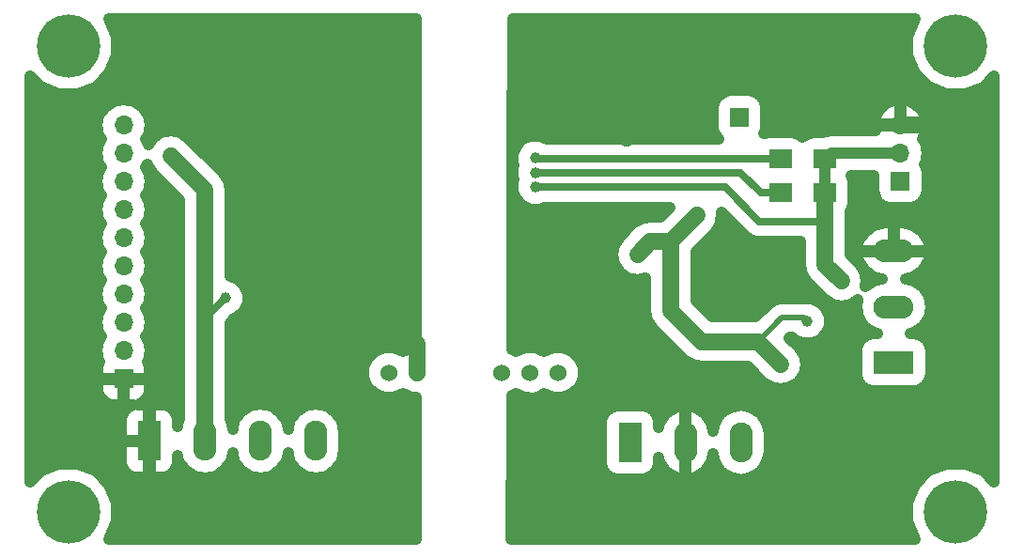
<source format=gbl>
G04 #@! TF.FileFunction,Copper,L2,Bot,Signal*
%FSLAX46Y46*%
G04 Gerber Fmt 4.6, Leading zero omitted, Abs format (unit mm)*
G04 Created by KiCad (PCBNEW 4.0.6) date 2017 August 05, Saturday 23:38:27*
%MOMM*%
%LPD*%
G01*
G04 APERTURE LIST*
%ADD10C,0.100000*%
%ADD11R,1.700000X1.700000*%
%ADD12O,1.700000X1.700000*%
%ADD13R,3.600000X2.100000*%
%ADD14O,3.600000X2.100000*%
%ADD15R,2.100000X3.600000*%
%ADD16O,2.100000X3.600000*%
%ADD17R,2.000000X1.700000*%
%ADD18C,1.524000*%
%ADD19C,5.700000*%
%ADD20C,1.000000*%
%ADD21C,1.500000*%
%ADD22C,0.700000*%
%ADD23C,1.000000*%
%ADD24C,0.500000*%
G04 APERTURE END LIST*
D10*
D11*
X175000000Y-122200000D03*
D12*
X175000000Y-119660000D03*
X175000000Y-117120000D03*
D13*
X174400000Y-138500000D03*
D14*
X174400000Y-133500000D03*
X174400000Y-128500000D03*
D11*
X105000000Y-140000000D03*
D12*
X105000000Y-137460000D03*
X105000000Y-134920000D03*
X105000000Y-132380000D03*
X105000000Y-129840000D03*
X105000000Y-127300000D03*
X105000000Y-124760000D03*
X105000000Y-122220000D03*
X105000000Y-119680000D03*
X105000000Y-117140000D03*
D15*
X107315000Y-145605500D03*
D16*
X112315000Y-145605500D03*
X117315000Y-145605500D03*
X122315000Y-145605500D03*
D15*
X150622000Y-145732500D03*
D16*
X155622000Y-145732500D03*
X160622000Y-145732500D03*
D11*
X160500000Y-116400000D03*
D17*
X168200000Y-120200000D03*
X164200000Y-120200000D03*
X168200000Y-123200000D03*
X164200000Y-123200000D03*
D18*
X128905000Y-139446000D03*
X131445000Y-139446000D03*
X139065000Y-139446000D03*
X141605000Y-139446000D03*
X144145000Y-139446000D03*
D19*
X100000000Y-110000000D03*
X100000000Y-152000000D03*
X180000000Y-110000000D03*
X180000000Y-152000000D03*
D20*
X109220000Y-119888000D03*
X114173000Y-132715000D03*
X129400000Y-131300000D03*
X129400000Y-134800000D03*
X128800000Y-145300000D03*
X128800000Y-147700000D03*
X126300000Y-113300000D03*
X122300000Y-127600000D03*
X122400000Y-116300000D03*
X169700000Y-131200000D03*
X142100000Y-122700000D03*
X151300000Y-128800000D03*
X166600000Y-134800000D03*
X156654500Y-125285500D03*
X164211000Y-138684000D03*
X148600000Y-112800000D03*
X175000000Y-113800000D03*
X178900000Y-117100000D03*
X150300000Y-114300000D03*
X151900000Y-112700000D03*
X156500000Y-141800000D03*
X154700000Y-141800000D03*
X150300000Y-118300000D03*
X172100000Y-142200000D03*
X142900000Y-152000000D03*
X143000000Y-134100000D03*
X148700000Y-124700000D03*
X162915600Y-129387600D03*
X141668500Y-135763000D03*
X142100000Y-120100000D03*
X142100000Y-121400000D03*
D21*
X109220000Y-119888000D02*
X112315000Y-122983000D01*
D22*
X112331500Y-134556500D02*
X112315000Y-134556500D01*
X114173000Y-132715000D02*
X112331500Y-134556500D01*
D21*
X112315000Y-122983000D02*
X112315000Y-134556500D01*
X112315000Y-134556500D02*
X112315000Y-145605500D01*
X131445000Y-139446000D02*
X131445000Y-136845000D01*
X131445000Y-136845000D02*
X129400000Y-134800000D01*
X128800000Y-145300000D02*
X128800000Y-145200000D01*
X128800000Y-145200000D02*
X128800000Y-147700000D01*
X125200000Y-141600000D02*
X128800000Y-145200000D01*
X125200000Y-114400000D02*
X125200000Y-141600000D01*
X126300000Y-113300000D02*
X125200000Y-114400000D01*
D22*
X122300000Y-116400000D02*
X122300000Y-127600000D01*
X122400000Y-116300000D02*
X122300000Y-116400000D01*
D21*
X168200000Y-129700000D02*
X168200000Y-123200000D01*
X169700000Y-131200000D02*
X168200000Y-129700000D01*
D23*
X168200000Y-120200000D02*
X168200000Y-123200000D01*
X175000000Y-119660000D02*
X168740000Y-119660000D01*
X168740000Y-119660000D02*
X168200000Y-120200000D01*
D22*
X142100000Y-122700000D02*
X159200000Y-122700000D01*
X159200000Y-122700000D02*
X162300000Y-125800000D01*
X162300000Y-125800000D02*
X167700000Y-125800000D01*
X167700000Y-125800000D02*
X168200000Y-125300000D01*
X168200000Y-125300000D02*
X168200000Y-123200000D01*
D21*
X152465000Y-127635000D02*
X154305000Y-127635000D01*
X151300000Y-128800000D02*
X152465000Y-127635000D01*
D24*
X164331000Y-134500000D02*
X162179000Y-136652000D01*
X166300000Y-134500000D02*
X164331000Y-134500000D01*
X166600000Y-134800000D02*
X166300000Y-134500000D01*
D21*
X156654500Y-125285500D02*
X154305000Y-127635000D01*
X154305000Y-127635000D02*
X154305000Y-131191000D01*
X162179000Y-136652000D02*
X157099000Y-136652000D01*
X157099000Y-136652000D02*
X154305000Y-133858000D01*
X154305000Y-133858000D02*
X154305000Y-131191000D01*
X164211000Y-138684000D02*
X162179000Y-136652000D01*
X150300000Y-114300000D02*
X150100000Y-114300000D01*
X150100000Y-114300000D02*
X148600000Y-112800000D01*
X175000000Y-113800000D02*
X175000000Y-114400000D01*
X175000000Y-117120000D02*
X178880000Y-117120000D01*
X178880000Y-117120000D02*
X178900000Y-117100000D01*
X151800000Y-112700000D02*
X151900000Y-112700000D01*
X150300000Y-118300000D02*
X150300000Y-114300000D01*
X173300000Y-112700000D02*
X175000000Y-114400000D01*
X151800000Y-112700000D02*
X173300000Y-112700000D01*
X172100000Y-142200000D02*
X169600000Y-142200000D01*
X169600000Y-142200000D02*
X169200000Y-141800000D01*
X147150000Y-138250000D02*
X147150000Y-147750000D01*
X147150000Y-147750000D02*
X142900000Y-152000000D01*
X169200000Y-141800000D02*
X169200000Y-141800000D01*
X169200000Y-141800000D02*
X156500000Y-141800000D01*
X156500000Y-141800000D02*
X154700000Y-141800000D01*
X154700000Y-141800000D02*
X150700000Y-141800000D01*
X150700000Y-141800000D02*
X147150000Y-138250000D01*
X147150000Y-138250000D02*
X143000000Y-134100000D01*
X162915600Y-129387600D02*
X162966400Y-129387600D01*
D22*
X142200000Y-120200000D02*
X164200000Y-120200000D01*
X142100000Y-120100000D02*
X142200000Y-120200000D01*
X162400000Y-123200000D02*
X164200000Y-123200000D01*
X160600000Y-121400000D02*
X162400000Y-123200000D01*
X142100000Y-121400000D02*
X160600000Y-121400000D01*
D23*
G36*
X131389500Y-137182675D02*
X131034913Y-137176438D01*
X130197605Y-137506131D01*
X130172362Y-137522997D01*
X129356914Y-137184394D01*
X128457034Y-137183608D01*
X127625354Y-137527252D01*
X126988488Y-138163007D01*
X126643394Y-138994086D01*
X126642608Y-139893966D01*
X126986252Y-140725646D01*
X127622007Y-141362512D01*
X128453086Y-141707606D01*
X129352966Y-141708392D01*
X130184646Y-141364748D01*
X130184817Y-141364577D01*
X130955347Y-141699736D01*
X131389500Y-141707373D01*
X131389500Y-154450000D01*
X103692783Y-154450000D01*
X104349244Y-152869065D01*
X104350754Y-151138528D01*
X103689901Y-149539142D01*
X102467295Y-148314399D01*
X100869065Y-147650756D01*
X99138528Y-147649246D01*
X97539142Y-148310099D01*
X96550000Y-149297515D01*
X96550000Y-146030500D01*
X104765000Y-146030500D01*
X104765000Y-147703868D01*
X104993361Y-148255181D01*
X105415318Y-148677138D01*
X105966631Y-148905500D01*
X106890000Y-148905500D01*
X107265000Y-148530500D01*
X107265000Y-145655500D01*
X105140000Y-145655500D01*
X104765000Y-146030500D01*
X96550000Y-146030500D01*
X96550000Y-143507132D01*
X104765000Y-143507132D01*
X104765000Y-145180500D01*
X105140000Y-145555500D01*
X107265000Y-145555500D01*
X107265000Y-142680500D01*
X106890000Y-142305500D01*
X106255801Y-142305500D01*
X106699682Y-142121638D01*
X107121639Y-141699681D01*
X107350000Y-141148368D01*
X107350000Y-140425000D01*
X106975000Y-140050000D01*
X105050000Y-140050000D01*
X105050000Y-141975000D01*
X105425000Y-142350000D01*
X105859199Y-142350000D01*
X105415318Y-142533862D01*
X104993361Y-142955819D01*
X104765000Y-143507132D01*
X96550000Y-143507132D01*
X96550000Y-140425000D01*
X102650000Y-140425000D01*
X102650000Y-141148368D01*
X102878361Y-141699681D01*
X103300318Y-142121638D01*
X103851631Y-142350000D01*
X104575000Y-142350000D01*
X104950000Y-141975000D01*
X104950000Y-140050000D01*
X103025000Y-140050000D01*
X102650000Y-140425000D01*
X96550000Y-140425000D01*
X96550000Y-117140000D01*
X102603961Y-117140000D01*
X102782844Y-118039306D01*
X103030534Y-118410000D01*
X102782844Y-118780694D01*
X102603961Y-119680000D01*
X102782844Y-120579306D01*
X103030534Y-120950000D01*
X102782844Y-121320694D01*
X102603961Y-122220000D01*
X102782844Y-123119306D01*
X103030534Y-123490000D01*
X102782844Y-123860694D01*
X102603961Y-124760000D01*
X102782844Y-125659306D01*
X103030534Y-126030000D01*
X102782844Y-126400694D01*
X102603961Y-127300000D01*
X102782844Y-128199306D01*
X103030534Y-128570000D01*
X102782844Y-128940694D01*
X102603961Y-129840000D01*
X102782844Y-130739306D01*
X103030534Y-131110000D01*
X102782844Y-131480694D01*
X102603961Y-132380000D01*
X102782844Y-133279306D01*
X103030534Y-133650000D01*
X102782844Y-134020694D01*
X102603961Y-134920000D01*
X102782844Y-135819306D01*
X103030534Y-136190000D01*
X102782844Y-136560694D01*
X102603961Y-137460000D01*
X102782844Y-138359306D01*
X102826725Y-138424979D01*
X102650000Y-138851632D01*
X102650000Y-139575000D01*
X103025000Y-139950000D01*
X104950000Y-139950000D01*
X104950000Y-139930000D01*
X105050000Y-139930000D01*
X105050000Y-139950000D01*
X106975000Y-139950000D01*
X107350000Y-139575000D01*
X107350000Y-138851632D01*
X107173275Y-138424979D01*
X107217156Y-138359306D01*
X107396039Y-137460000D01*
X107217156Y-136560694D01*
X106969466Y-136190000D01*
X107217156Y-135819306D01*
X107396039Y-134920000D01*
X107217156Y-134020694D01*
X106969466Y-133650000D01*
X107217156Y-133279306D01*
X107396039Y-132380000D01*
X107217156Y-131480694D01*
X106969466Y-131110000D01*
X107217156Y-130739306D01*
X107396039Y-129840000D01*
X107217156Y-128940694D01*
X106969466Y-128570000D01*
X107217156Y-128199306D01*
X107396039Y-127300000D01*
X107217156Y-126400694D01*
X106969466Y-126030000D01*
X107217156Y-125659306D01*
X107396039Y-124760000D01*
X107217156Y-123860694D01*
X106969466Y-123490000D01*
X107217156Y-123119306D01*
X107396039Y-122220000D01*
X107217156Y-121320694D01*
X106969466Y-120950000D01*
X107132662Y-120705760D01*
X107141271Y-120749038D01*
X107629010Y-121478990D01*
X110065000Y-123914980D01*
X110065000Y-143656526D01*
X109959107Y-143815006D01*
X109865000Y-144288114D01*
X109865000Y-143507132D01*
X109636639Y-142955819D01*
X109214682Y-142533862D01*
X108663369Y-142305500D01*
X107740000Y-142305500D01*
X107365000Y-142680500D01*
X107365000Y-145555500D01*
X107385000Y-145555500D01*
X107385000Y-145655500D01*
X107365000Y-145655500D01*
X107365000Y-148530500D01*
X107740000Y-148905500D01*
X108663369Y-148905500D01*
X109214682Y-148677138D01*
X109636639Y-148255181D01*
X109865000Y-147703868D01*
X109865000Y-146922886D01*
X109959107Y-147395994D01*
X110511878Y-148223273D01*
X111339157Y-148776044D01*
X112315000Y-148970151D01*
X113290843Y-148776044D01*
X114118122Y-148223273D01*
X114670893Y-147395994D01*
X114815000Y-146671518D01*
X114959107Y-147395994D01*
X115511878Y-148223273D01*
X116339157Y-148776044D01*
X117315000Y-148970151D01*
X118290843Y-148776044D01*
X119118122Y-148223273D01*
X119670893Y-147395994D01*
X119815000Y-146671518D01*
X119959107Y-147395994D01*
X120511878Y-148223273D01*
X121339157Y-148776044D01*
X122315000Y-148970151D01*
X123290843Y-148776044D01*
X124118122Y-148223273D01*
X124670893Y-147395994D01*
X124865000Y-146420151D01*
X124865000Y-144790849D01*
X124670893Y-143815006D01*
X124118122Y-142987727D01*
X123290843Y-142434956D01*
X122315000Y-142240849D01*
X121339157Y-142434956D01*
X120511878Y-142987727D01*
X119959107Y-143815006D01*
X119815000Y-144539482D01*
X119670893Y-143815006D01*
X119118122Y-142987727D01*
X118290843Y-142434956D01*
X117315000Y-142240849D01*
X116339157Y-142434956D01*
X115511878Y-142987727D01*
X114959107Y-143815006D01*
X114815000Y-144539482D01*
X114670893Y-143815006D01*
X114565000Y-143656526D01*
X114565000Y-134939295D01*
X114943767Y-134560528D01*
X115304429Y-134411506D01*
X115867529Y-133849388D01*
X116172652Y-133114570D01*
X116173346Y-132318921D01*
X115869506Y-131583571D01*
X115307388Y-131020471D01*
X114572570Y-130715348D01*
X114565000Y-130715341D01*
X114565000Y-122983000D01*
X114393729Y-122121962D01*
X113905990Y-121392010D01*
X110810990Y-118297010D01*
X110081038Y-117809271D01*
X109220000Y-117638000D01*
X108358962Y-117809271D01*
X107629010Y-118297010D01*
X107237496Y-118882951D01*
X107217156Y-118780694D01*
X106969466Y-118410000D01*
X107217156Y-118039306D01*
X107396039Y-117140000D01*
X107217156Y-116240694D01*
X106707740Y-115478299D01*
X105945345Y-114968883D01*
X105046039Y-114790000D01*
X104953961Y-114790000D01*
X104054655Y-114968883D01*
X103292260Y-115478299D01*
X102782844Y-116240694D01*
X102603961Y-117140000D01*
X96550000Y-117140000D01*
X96550000Y-112701178D01*
X97532705Y-113685601D01*
X99130935Y-114349244D01*
X100861472Y-114350754D01*
X102460858Y-113689901D01*
X103685601Y-112467295D01*
X104349244Y-110869065D01*
X104350754Y-109138528D01*
X103694387Y-107550000D01*
X131389500Y-107550000D01*
X131389500Y-137182675D01*
X131389500Y-137182675D01*
G37*
X131389500Y-137182675D02*
X131034913Y-137176438D01*
X130197605Y-137506131D01*
X130172362Y-137522997D01*
X129356914Y-137184394D01*
X128457034Y-137183608D01*
X127625354Y-137527252D01*
X126988488Y-138163007D01*
X126643394Y-138994086D01*
X126642608Y-139893966D01*
X126986252Y-140725646D01*
X127622007Y-141362512D01*
X128453086Y-141707606D01*
X129352966Y-141708392D01*
X130184646Y-141364748D01*
X130184817Y-141364577D01*
X130955347Y-141699736D01*
X131389500Y-141707373D01*
X131389500Y-154450000D01*
X103692783Y-154450000D01*
X104349244Y-152869065D01*
X104350754Y-151138528D01*
X103689901Y-149539142D01*
X102467295Y-148314399D01*
X100869065Y-147650756D01*
X99138528Y-147649246D01*
X97539142Y-148310099D01*
X96550000Y-149297515D01*
X96550000Y-146030500D01*
X104765000Y-146030500D01*
X104765000Y-147703868D01*
X104993361Y-148255181D01*
X105415318Y-148677138D01*
X105966631Y-148905500D01*
X106890000Y-148905500D01*
X107265000Y-148530500D01*
X107265000Y-145655500D01*
X105140000Y-145655500D01*
X104765000Y-146030500D01*
X96550000Y-146030500D01*
X96550000Y-143507132D01*
X104765000Y-143507132D01*
X104765000Y-145180500D01*
X105140000Y-145555500D01*
X107265000Y-145555500D01*
X107265000Y-142680500D01*
X106890000Y-142305500D01*
X106255801Y-142305500D01*
X106699682Y-142121638D01*
X107121639Y-141699681D01*
X107350000Y-141148368D01*
X107350000Y-140425000D01*
X106975000Y-140050000D01*
X105050000Y-140050000D01*
X105050000Y-141975000D01*
X105425000Y-142350000D01*
X105859199Y-142350000D01*
X105415318Y-142533862D01*
X104993361Y-142955819D01*
X104765000Y-143507132D01*
X96550000Y-143507132D01*
X96550000Y-140425000D01*
X102650000Y-140425000D01*
X102650000Y-141148368D01*
X102878361Y-141699681D01*
X103300318Y-142121638D01*
X103851631Y-142350000D01*
X104575000Y-142350000D01*
X104950000Y-141975000D01*
X104950000Y-140050000D01*
X103025000Y-140050000D01*
X102650000Y-140425000D01*
X96550000Y-140425000D01*
X96550000Y-117140000D01*
X102603961Y-117140000D01*
X102782844Y-118039306D01*
X103030534Y-118410000D01*
X102782844Y-118780694D01*
X102603961Y-119680000D01*
X102782844Y-120579306D01*
X103030534Y-120950000D01*
X102782844Y-121320694D01*
X102603961Y-122220000D01*
X102782844Y-123119306D01*
X103030534Y-123490000D01*
X102782844Y-123860694D01*
X102603961Y-124760000D01*
X102782844Y-125659306D01*
X103030534Y-126030000D01*
X102782844Y-126400694D01*
X102603961Y-127300000D01*
X102782844Y-128199306D01*
X103030534Y-128570000D01*
X102782844Y-128940694D01*
X102603961Y-129840000D01*
X102782844Y-130739306D01*
X103030534Y-131110000D01*
X102782844Y-131480694D01*
X102603961Y-132380000D01*
X102782844Y-133279306D01*
X103030534Y-133650000D01*
X102782844Y-134020694D01*
X102603961Y-134920000D01*
X102782844Y-135819306D01*
X103030534Y-136190000D01*
X102782844Y-136560694D01*
X102603961Y-137460000D01*
X102782844Y-138359306D01*
X102826725Y-138424979D01*
X102650000Y-138851632D01*
X102650000Y-139575000D01*
X103025000Y-139950000D01*
X104950000Y-139950000D01*
X104950000Y-139930000D01*
X105050000Y-139930000D01*
X105050000Y-139950000D01*
X106975000Y-139950000D01*
X107350000Y-139575000D01*
X107350000Y-138851632D01*
X107173275Y-138424979D01*
X107217156Y-138359306D01*
X107396039Y-137460000D01*
X107217156Y-136560694D01*
X106969466Y-136190000D01*
X107217156Y-135819306D01*
X107396039Y-134920000D01*
X107217156Y-134020694D01*
X106969466Y-133650000D01*
X107217156Y-133279306D01*
X107396039Y-132380000D01*
X107217156Y-131480694D01*
X106969466Y-131110000D01*
X107217156Y-130739306D01*
X107396039Y-129840000D01*
X107217156Y-128940694D01*
X106969466Y-128570000D01*
X107217156Y-128199306D01*
X107396039Y-127300000D01*
X107217156Y-126400694D01*
X106969466Y-126030000D01*
X107217156Y-125659306D01*
X107396039Y-124760000D01*
X107217156Y-123860694D01*
X106969466Y-123490000D01*
X107217156Y-123119306D01*
X107396039Y-122220000D01*
X107217156Y-121320694D01*
X106969466Y-120950000D01*
X107132662Y-120705760D01*
X107141271Y-120749038D01*
X107629010Y-121478990D01*
X110065000Y-123914980D01*
X110065000Y-143656526D01*
X109959107Y-143815006D01*
X109865000Y-144288114D01*
X109865000Y-143507132D01*
X109636639Y-142955819D01*
X109214682Y-142533862D01*
X108663369Y-142305500D01*
X107740000Y-142305500D01*
X107365000Y-142680500D01*
X107365000Y-145555500D01*
X107385000Y-145555500D01*
X107385000Y-145655500D01*
X107365000Y-145655500D01*
X107365000Y-148530500D01*
X107740000Y-148905500D01*
X108663369Y-148905500D01*
X109214682Y-148677138D01*
X109636639Y-148255181D01*
X109865000Y-147703868D01*
X109865000Y-146922886D01*
X109959107Y-147395994D01*
X110511878Y-148223273D01*
X111339157Y-148776044D01*
X112315000Y-148970151D01*
X113290843Y-148776044D01*
X114118122Y-148223273D01*
X114670893Y-147395994D01*
X114815000Y-146671518D01*
X114959107Y-147395994D01*
X115511878Y-148223273D01*
X116339157Y-148776044D01*
X117315000Y-148970151D01*
X118290843Y-148776044D01*
X119118122Y-148223273D01*
X119670893Y-147395994D01*
X119815000Y-146671518D01*
X119959107Y-147395994D01*
X120511878Y-148223273D01*
X121339157Y-148776044D01*
X122315000Y-148970151D01*
X123290843Y-148776044D01*
X124118122Y-148223273D01*
X124670893Y-147395994D01*
X124865000Y-146420151D01*
X124865000Y-144790849D01*
X124670893Y-143815006D01*
X124118122Y-142987727D01*
X123290843Y-142434956D01*
X122315000Y-142240849D01*
X121339157Y-142434956D01*
X120511878Y-142987727D01*
X119959107Y-143815006D01*
X119815000Y-144539482D01*
X119670893Y-143815006D01*
X119118122Y-142987727D01*
X118290843Y-142434956D01*
X117315000Y-142240849D01*
X116339157Y-142434956D01*
X115511878Y-142987727D01*
X114959107Y-143815006D01*
X114815000Y-144539482D01*
X114670893Y-143815006D01*
X114565000Y-143656526D01*
X114565000Y-134939295D01*
X114943767Y-134560528D01*
X115304429Y-134411506D01*
X115867529Y-133849388D01*
X116172652Y-133114570D01*
X116173346Y-132318921D01*
X115869506Y-131583571D01*
X115307388Y-131020471D01*
X114572570Y-130715348D01*
X114565000Y-130715341D01*
X114565000Y-122983000D01*
X114393729Y-122121962D01*
X113905990Y-121392010D01*
X110810990Y-118297010D01*
X110081038Y-117809271D01*
X109220000Y-117638000D01*
X108358962Y-117809271D01*
X107629010Y-118297010D01*
X107237496Y-118882951D01*
X107217156Y-118780694D01*
X106969466Y-118410000D01*
X107217156Y-118039306D01*
X107396039Y-117140000D01*
X107217156Y-116240694D01*
X106707740Y-115478299D01*
X105945345Y-114968883D01*
X105046039Y-114790000D01*
X104953961Y-114790000D01*
X104054655Y-114968883D01*
X103292260Y-115478299D01*
X102782844Y-116240694D01*
X102603961Y-117140000D01*
X96550000Y-117140000D01*
X96550000Y-112701178D01*
X97532705Y-113685601D01*
X99130935Y-114349244D01*
X100861472Y-114350754D01*
X102460858Y-113689901D01*
X103685601Y-112467295D01*
X104349244Y-110869065D01*
X104350754Y-109138528D01*
X103694387Y-107550000D01*
X131389500Y-107550000D01*
X131389500Y-137182675D01*
G36*
X175650756Y-109130935D02*
X175649246Y-110861472D01*
X176310099Y-112460858D01*
X177532705Y-113685601D01*
X179130935Y-114349244D01*
X180861472Y-114350754D01*
X182460858Y-113689901D01*
X183450000Y-112702485D01*
X183450000Y-149298822D01*
X182467295Y-148314399D01*
X180869065Y-147650756D01*
X179138528Y-147649246D01*
X177539142Y-148310099D01*
X176314399Y-149532705D01*
X175650756Y-151130935D01*
X175649246Y-152861472D01*
X176305613Y-154450000D01*
X139950432Y-154450000D01*
X139970561Y-143932500D01*
X148042614Y-143932500D01*
X148042614Y-147532500D01*
X148147207Y-148088367D01*
X148475724Y-148598896D01*
X148976983Y-148941392D01*
X149572000Y-149061886D01*
X151672000Y-149061886D01*
X152227867Y-148957293D01*
X152738396Y-148628776D01*
X153080892Y-148127517D01*
X153201386Y-147532500D01*
X153201386Y-147122293D01*
X153285241Y-147504537D01*
X153854233Y-148320978D01*
X154692351Y-148857527D01*
X155173784Y-148992800D01*
X155572000Y-148656925D01*
X155572000Y-145782500D01*
X155552000Y-145782500D01*
X155552000Y-145682500D01*
X155572000Y-145682500D01*
X155572000Y-142808075D01*
X155672000Y-142808075D01*
X155672000Y-145682500D01*
X155692000Y-145682500D01*
X155692000Y-145782500D01*
X155672000Y-145782500D01*
X155672000Y-148656925D01*
X156070216Y-148992800D01*
X156551649Y-148857527D01*
X157389767Y-148320978D01*
X157958759Y-147504537D01*
X158118026Y-146778537D01*
X158266107Y-147522994D01*
X158818878Y-148350273D01*
X159646157Y-148903044D01*
X160622000Y-149097151D01*
X161597843Y-148903044D01*
X162425122Y-148350273D01*
X162977893Y-147522994D01*
X163172000Y-146547151D01*
X163172000Y-144917849D01*
X162977893Y-143942006D01*
X162425122Y-143114727D01*
X161597843Y-142561956D01*
X160622000Y-142367849D01*
X159646157Y-142561956D01*
X158818878Y-143114727D01*
X158266107Y-143942006D01*
X158118026Y-144686463D01*
X157958759Y-143960463D01*
X157389767Y-143144022D01*
X156551649Y-142607473D01*
X156070216Y-142472200D01*
X155672000Y-142808075D01*
X155572000Y-142808075D01*
X155173784Y-142472200D01*
X154692351Y-142607473D01*
X153854233Y-143144022D01*
X153285241Y-143960463D01*
X153201386Y-144342707D01*
X153201386Y-143932500D01*
X153096793Y-143376633D01*
X152768276Y-142866104D01*
X152267017Y-142523608D01*
X151672000Y-142403114D01*
X149572000Y-142403114D01*
X149016133Y-142507707D01*
X148505604Y-142836224D01*
X148163108Y-143337483D01*
X148042614Y-143932500D01*
X139970561Y-143932500D01*
X139975184Y-141517407D01*
X140344646Y-141364748D01*
X140344817Y-141364577D01*
X141115347Y-141699736D01*
X142015087Y-141715562D01*
X142852395Y-141385869D01*
X142877638Y-141369003D01*
X143693086Y-141707606D01*
X144592966Y-141708392D01*
X145424646Y-141364748D01*
X146061512Y-140728993D01*
X146406606Y-139897914D01*
X146407392Y-138998034D01*
X146063748Y-138166354D01*
X145427993Y-137529488D01*
X144596914Y-137184394D01*
X143697034Y-137183608D01*
X142865354Y-137527252D01*
X142865183Y-137527423D01*
X142094653Y-137192264D01*
X141194913Y-137176438D01*
X140357605Y-137506131D01*
X140332362Y-137522997D01*
X139983107Y-137377974D01*
X140015418Y-120496079D01*
X140099654Y-120496079D01*
X140204454Y-120749715D01*
X140100348Y-121000430D01*
X140099654Y-121796079D01*
X140204454Y-122049715D01*
X140100348Y-122300430D01*
X140099654Y-123096079D01*
X140403494Y-123831429D01*
X140965612Y-124394529D01*
X141700430Y-124699652D01*
X142496079Y-124700346D01*
X142859945Y-124550000D01*
X154208020Y-124550000D01*
X153373020Y-125385000D01*
X152465000Y-125385000D01*
X151603962Y-125556271D01*
X151014706Y-125950000D01*
X150874010Y-126044010D01*
X149709010Y-127209010D01*
X149221271Y-127938962D01*
X149050000Y-128800000D01*
X149221271Y-129661038D01*
X149709010Y-130390990D01*
X150438962Y-130878729D01*
X151300000Y-131050000D01*
X152055000Y-130899821D01*
X152055000Y-133858000D01*
X152226271Y-134719038D01*
X152714010Y-135448990D01*
X155508010Y-138242990D01*
X156237962Y-138730729D01*
X157099000Y-138902000D01*
X161247020Y-138902000D01*
X162620010Y-140274990D01*
X163349962Y-140762729D01*
X164211000Y-140934000D01*
X165072038Y-140762729D01*
X165801990Y-140274990D01*
X166289729Y-139545038D01*
X166461000Y-138684000D01*
X166289729Y-137822962D01*
X165801990Y-137093010D01*
X165007427Y-136298447D01*
X165055874Y-136250000D01*
X165221509Y-136250000D01*
X165465612Y-136494529D01*
X166200430Y-136799652D01*
X166996079Y-136800346D01*
X167731429Y-136496506D01*
X168294529Y-135934388D01*
X168599652Y-135199570D01*
X168600346Y-134403921D01*
X168296506Y-133668571D01*
X167734388Y-133105471D01*
X166999570Y-132800348D01*
X166551150Y-132799957D01*
X166300000Y-132750000D01*
X164331000Y-132750000D01*
X163661304Y-132883211D01*
X163093563Y-133262563D01*
X161954126Y-134402000D01*
X158030980Y-134402000D01*
X156555000Y-132926020D01*
X156555000Y-128566980D01*
X158245490Y-126876490D01*
X158733229Y-126146537D01*
X158904500Y-125285500D01*
X158838773Y-124955069D01*
X160991852Y-127108148D01*
X161592035Y-127509177D01*
X162300000Y-127650001D01*
X162300005Y-127650000D01*
X165950000Y-127650000D01*
X165950000Y-129700000D01*
X166121271Y-130561038D01*
X166609010Y-131290990D01*
X168109009Y-132790990D01*
X168838962Y-133278729D01*
X169700000Y-133449999D01*
X170561037Y-133278729D01*
X171158812Y-132879308D01*
X171035349Y-133500000D01*
X171229456Y-134475843D01*
X171782227Y-135303122D01*
X172609506Y-135855893D01*
X172934881Y-135920614D01*
X172600000Y-135920614D01*
X172044133Y-136025207D01*
X171533604Y-136353724D01*
X171191108Y-136854983D01*
X171070614Y-137450000D01*
X171070614Y-139550000D01*
X171175207Y-140105867D01*
X171503724Y-140616396D01*
X172004983Y-140958892D01*
X172600000Y-141079386D01*
X176200000Y-141079386D01*
X176755867Y-140974793D01*
X177266396Y-140646276D01*
X177608892Y-140145017D01*
X177729386Y-139550000D01*
X177729386Y-137450000D01*
X177624793Y-136894133D01*
X177296276Y-136383604D01*
X176795017Y-136041108D01*
X176200000Y-135920614D01*
X175865119Y-135920614D01*
X176190494Y-135855893D01*
X177017773Y-135303122D01*
X177570544Y-134475843D01*
X177764651Y-133500000D01*
X177570544Y-132524157D01*
X177017773Y-131696878D01*
X176190494Y-131144107D01*
X175446037Y-130996026D01*
X176172037Y-130836759D01*
X176988478Y-130267767D01*
X177525027Y-129429649D01*
X177660300Y-128948216D01*
X177324425Y-128550000D01*
X174450000Y-128550000D01*
X174450000Y-128570000D01*
X174350000Y-128570000D01*
X174350000Y-128550000D01*
X171475575Y-128550000D01*
X171139700Y-128948216D01*
X171274973Y-129429649D01*
X171811522Y-130267767D01*
X172627963Y-130836759D01*
X173353963Y-130996026D01*
X172609506Y-131144107D01*
X171861731Y-131643755D01*
X171949999Y-131200000D01*
X171778729Y-130338962D01*
X171290990Y-129609009D01*
X170450000Y-128768020D01*
X170450000Y-128051784D01*
X171139700Y-128051784D01*
X171475575Y-128450000D01*
X174350000Y-128450000D01*
X174350000Y-125950000D01*
X174450000Y-125950000D01*
X174450000Y-128450000D01*
X177324425Y-128450000D01*
X177660300Y-128051784D01*
X177525027Y-127570351D01*
X176988478Y-126732233D01*
X176172037Y-126163241D01*
X175200000Y-125950000D01*
X174450000Y-125950000D01*
X174350000Y-125950000D01*
X173600000Y-125950000D01*
X172627963Y-126163241D01*
X171811522Y-126732233D01*
X171274973Y-127570351D01*
X171139700Y-128051784D01*
X170450000Y-128051784D01*
X170450000Y-124877563D01*
X170608892Y-124645017D01*
X170729386Y-124050000D01*
X170729386Y-122350000D01*
X170624793Y-121794133D01*
X170567665Y-121705354D01*
X170598655Y-121660000D01*
X172620614Y-121660000D01*
X172620614Y-123050000D01*
X172725207Y-123605867D01*
X173053724Y-124116396D01*
X173554983Y-124458892D01*
X174150000Y-124579386D01*
X175850000Y-124579386D01*
X176405867Y-124474793D01*
X176916396Y-124146276D01*
X177258892Y-123645017D01*
X177379386Y-123050000D01*
X177379386Y-121350000D01*
X177274793Y-120794133D01*
X177169541Y-120630567D01*
X177217156Y-120559306D01*
X177396039Y-119660000D01*
X177217156Y-118760694D01*
X176964258Y-118382205D01*
X177296226Y-117619855D01*
X177312720Y-117536922D01*
X176974367Y-117170000D01*
X175050000Y-117170000D01*
X175050000Y-117190000D01*
X174950000Y-117190000D01*
X174950000Y-117170000D01*
X173025633Y-117170000D01*
X172687280Y-117536922D01*
X172703774Y-117619855D01*
X172721255Y-117660000D01*
X168740000Y-117660000D01*
X167974633Y-117812241D01*
X167962102Y-117820614D01*
X167200000Y-117820614D01*
X166644133Y-117925207D01*
X166194858Y-118214308D01*
X165795017Y-117941108D01*
X165200000Y-117820614D01*
X163200000Y-117820614D01*
X162712948Y-117912259D01*
X162758892Y-117845017D01*
X162879386Y-117250000D01*
X162879386Y-116703078D01*
X172687280Y-116703078D01*
X173025633Y-117070000D01*
X174950000Y-117070000D01*
X174950000Y-115145530D01*
X175050000Y-115145530D01*
X175050000Y-117070000D01*
X176974367Y-117070000D01*
X177312720Y-116703078D01*
X177296226Y-116620145D01*
X176930150Y-115779467D01*
X176270226Y-115142873D01*
X175416922Y-114807278D01*
X175050000Y-115145530D01*
X174950000Y-115145530D01*
X174583078Y-114807278D01*
X173729774Y-115142873D01*
X173069850Y-115779467D01*
X172703774Y-116620145D01*
X172687280Y-116703078D01*
X162879386Y-116703078D01*
X162879386Y-115550000D01*
X162774793Y-114994133D01*
X162446276Y-114483604D01*
X161945017Y-114141108D01*
X161350000Y-114020614D01*
X159650000Y-114020614D01*
X159094133Y-114125207D01*
X158583604Y-114453724D01*
X158241108Y-114954983D01*
X158120614Y-115550000D01*
X158120614Y-117250000D01*
X158225207Y-117805867D01*
X158553724Y-118316396D01*
X158602905Y-118350000D01*
X143100799Y-118350000D01*
X142499570Y-118100348D01*
X141703921Y-118099654D01*
X140968571Y-118403494D01*
X140405471Y-118965612D01*
X140100348Y-119700430D01*
X140099654Y-120496079D01*
X140015418Y-120496079D01*
X140040197Y-107550000D01*
X176307217Y-107550000D01*
X175650756Y-109130935D01*
X175650756Y-109130935D01*
G37*
X175650756Y-109130935D02*
X175649246Y-110861472D01*
X176310099Y-112460858D01*
X177532705Y-113685601D01*
X179130935Y-114349244D01*
X180861472Y-114350754D01*
X182460858Y-113689901D01*
X183450000Y-112702485D01*
X183450000Y-149298822D01*
X182467295Y-148314399D01*
X180869065Y-147650756D01*
X179138528Y-147649246D01*
X177539142Y-148310099D01*
X176314399Y-149532705D01*
X175650756Y-151130935D01*
X175649246Y-152861472D01*
X176305613Y-154450000D01*
X139950432Y-154450000D01*
X139970561Y-143932500D01*
X148042614Y-143932500D01*
X148042614Y-147532500D01*
X148147207Y-148088367D01*
X148475724Y-148598896D01*
X148976983Y-148941392D01*
X149572000Y-149061886D01*
X151672000Y-149061886D01*
X152227867Y-148957293D01*
X152738396Y-148628776D01*
X153080892Y-148127517D01*
X153201386Y-147532500D01*
X153201386Y-147122293D01*
X153285241Y-147504537D01*
X153854233Y-148320978D01*
X154692351Y-148857527D01*
X155173784Y-148992800D01*
X155572000Y-148656925D01*
X155572000Y-145782500D01*
X155552000Y-145782500D01*
X155552000Y-145682500D01*
X155572000Y-145682500D01*
X155572000Y-142808075D01*
X155672000Y-142808075D01*
X155672000Y-145682500D01*
X155692000Y-145682500D01*
X155692000Y-145782500D01*
X155672000Y-145782500D01*
X155672000Y-148656925D01*
X156070216Y-148992800D01*
X156551649Y-148857527D01*
X157389767Y-148320978D01*
X157958759Y-147504537D01*
X158118026Y-146778537D01*
X158266107Y-147522994D01*
X158818878Y-148350273D01*
X159646157Y-148903044D01*
X160622000Y-149097151D01*
X161597843Y-148903044D01*
X162425122Y-148350273D01*
X162977893Y-147522994D01*
X163172000Y-146547151D01*
X163172000Y-144917849D01*
X162977893Y-143942006D01*
X162425122Y-143114727D01*
X161597843Y-142561956D01*
X160622000Y-142367849D01*
X159646157Y-142561956D01*
X158818878Y-143114727D01*
X158266107Y-143942006D01*
X158118026Y-144686463D01*
X157958759Y-143960463D01*
X157389767Y-143144022D01*
X156551649Y-142607473D01*
X156070216Y-142472200D01*
X155672000Y-142808075D01*
X155572000Y-142808075D01*
X155173784Y-142472200D01*
X154692351Y-142607473D01*
X153854233Y-143144022D01*
X153285241Y-143960463D01*
X153201386Y-144342707D01*
X153201386Y-143932500D01*
X153096793Y-143376633D01*
X152768276Y-142866104D01*
X152267017Y-142523608D01*
X151672000Y-142403114D01*
X149572000Y-142403114D01*
X149016133Y-142507707D01*
X148505604Y-142836224D01*
X148163108Y-143337483D01*
X148042614Y-143932500D01*
X139970561Y-143932500D01*
X139975184Y-141517407D01*
X140344646Y-141364748D01*
X140344817Y-141364577D01*
X141115347Y-141699736D01*
X142015087Y-141715562D01*
X142852395Y-141385869D01*
X142877638Y-141369003D01*
X143693086Y-141707606D01*
X144592966Y-141708392D01*
X145424646Y-141364748D01*
X146061512Y-140728993D01*
X146406606Y-139897914D01*
X146407392Y-138998034D01*
X146063748Y-138166354D01*
X145427993Y-137529488D01*
X144596914Y-137184394D01*
X143697034Y-137183608D01*
X142865354Y-137527252D01*
X142865183Y-137527423D01*
X142094653Y-137192264D01*
X141194913Y-137176438D01*
X140357605Y-137506131D01*
X140332362Y-137522997D01*
X139983107Y-137377974D01*
X140015418Y-120496079D01*
X140099654Y-120496079D01*
X140204454Y-120749715D01*
X140100348Y-121000430D01*
X140099654Y-121796079D01*
X140204454Y-122049715D01*
X140100348Y-122300430D01*
X140099654Y-123096079D01*
X140403494Y-123831429D01*
X140965612Y-124394529D01*
X141700430Y-124699652D01*
X142496079Y-124700346D01*
X142859945Y-124550000D01*
X154208020Y-124550000D01*
X153373020Y-125385000D01*
X152465000Y-125385000D01*
X151603962Y-125556271D01*
X151014706Y-125950000D01*
X150874010Y-126044010D01*
X149709010Y-127209010D01*
X149221271Y-127938962D01*
X149050000Y-128800000D01*
X149221271Y-129661038D01*
X149709010Y-130390990D01*
X150438962Y-130878729D01*
X151300000Y-131050000D01*
X152055000Y-130899821D01*
X152055000Y-133858000D01*
X152226271Y-134719038D01*
X152714010Y-135448990D01*
X155508010Y-138242990D01*
X156237962Y-138730729D01*
X157099000Y-138902000D01*
X161247020Y-138902000D01*
X162620010Y-140274990D01*
X163349962Y-140762729D01*
X164211000Y-140934000D01*
X165072038Y-140762729D01*
X165801990Y-140274990D01*
X166289729Y-139545038D01*
X166461000Y-138684000D01*
X166289729Y-137822962D01*
X165801990Y-137093010D01*
X165007427Y-136298447D01*
X165055874Y-136250000D01*
X165221509Y-136250000D01*
X165465612Y-136494529D01*
X166200430Y-136799652D01*
X166996079Y-136800346D01*
X167731429Y-136496506D01*
X168294529Y-135934388D01*
X168599652Y-135199570D01*
X168600346Y-134403921D01*
X168296506Y-133668571D01*
X167734388Y-133105471D01*
X166999570Y-132800348D01*
X166551150Y-132799957D01*
X166300000Y-132750000D01*
X164331000Y-132750000D01*
X163661304Y-132883211D01*
X163093563Y-133262563D01*
X161954126Y-134402000D01*
X158030980Y-134402000D01*
X156555000Y-132926020D01*
X156555000Y-128566980D01*
X158245490Y-126876490D01*
X158733229Y-126146537D01*
X158904500Y-125285500D01*
X158838773Y-124955069D01*
X160991852Y-127108148D01*
X161592035Y-127509177D01*
X162300000Y-127650001D01*
X162300005Y-127650000D01*
X165950000Y-127650000D01*
X165950000Y-129700000D01*
X166121271Y-130561038D01*
X166609010Y-131290990D01*
X168109009Y-132790990D01*
X168838962Y-133278729D01*
X169700000Y-133449999D01*
X170561037Y-133278729D01*
X171158812Y-132879308D01*
X171035349Y-133500000D01*
X171229456Y-134475843D01*
X171782227Y-135303122D01*
X172609506Y-135855893D01*
X172934881Y-135920614D01*
X172600000Y-135920614D01*
X172044133Y-136025207D01*
X171533604Y-136353724D01*
X171191108Y-136854983D01*
X171070614Y-137450000D01*
X171070614Y-139550000D01*
X171175207Y-140105867D01*
X171503724Y-140616396D01*
X172004983Y-140958892D01*
X172600000Y-141079386D01*
X176200000Y-141079386D01*
X176755867Y-140974793D01*
X177266396Y-140646276D01*
X177608892Y-140145017D01*
X177729386Y-139550000D01*
X177729386Y-137450000D01*
X177624793Y-136894133D01*
X177296276Y-136383604D01*
X176795017Y-136041108D01*
X176200000Y-135920614D01*
X175865119Y-135920614D01*
X176190494Y-135855893D01*
X177017773Y-135303122D01*
X177570544Y-134475843D01*
X177764651Y-133500000D01*
X177570544Y-132524157D01*
X177017773Y-131696878D01*
X176190494Y-131144107D01*
X175446037Y-130996026D01*
X176172037Y-130836759D01*
X176988478Y-130267767D01*
X177525027Y-129429649D01*
X177660300Y-128948216D01*
X177324425Y-128550000D01*
X174450000Y-128550000D01*
X174450000Y-128570000D01*
X174350000Y-128570000D01*
X174350000Y-128550000D01*
X171475575Y-128550000D01*
X171139700Y-128948216D01*
X171274973Y-129429649D01*
X171811522Y-130267767D01*
X172627963Y-130836759D01*
X173353963Y-130996026D01*
X172609506Y-131144107D01*
X171861731Y-131643755D01*
X171949999Y-131200000D01*
X171778729Y-130338962D01*
X171290990Y-129609009D01*
X170450000Y-128768020D01*
X170450000Y-128051784D01*
X171139700Y-128051784D01*
X171475575Y-128450000D01*
X174350000Y-128450000D01*
X174350000Y-125950000D01*
X174450000Y-125950000D01*
X174450000Y-128450000D01*
X177324425Y-128450000D01*
X177660300Y-128051784D01*
X177525027Y-127570351D01*
X176988478Y-126732233D01*
X176172037Y-126163241D01*
X175200000Y-125950000D01*
X174450000Y-125950000D01*
X174350000Y-125950000D01*
X173600000Y-125950000D01*
X172627963Y-126163241D01*
X171811522Y-126732233D01*
X171274973Y-127570351D01*
X171139700Y-128051784D01*
X170450000Y-128051784D01*
X170450000Y-124877563D01*
X170608892Y-124645017D01*
X170729386Y-124050000D01*
X170729386Y-122350000D01*
X170624793Y-121794133D01*
X170567665Y-121705354D01*
X170598655Y-121660000D01*
X172620614Y-121660000D01*
X172620614Y-123050000D01*
X172725207Y-123605867D01*
X173053724Y-124116396D01*
X173554983Y-124458892D01*
X174150000Y-124579386D01*
X175850000Y-124579386D01*
X176405867Y-124474793D01*
X176916396Y-124146276D01*
X177258892Y-123645017D01*
X177379386Y-123050000D01*
X177379386Y-121350000D01*
X177274793Y-120794133D01*
X177169541Y-120630567D01*
X177217156Y-120559306D01*
X177396039Y-119660000D01*
X177217156Y-118760694D01*
X176964258Y-118382205D01*
X177296226Y-117619855D01*
X177312720Y-117536922D01*
X176974367Y-117170000D01*
X175050000Y-117170000D01*
X175050000Y-117190000D01*
X174950000Y-117190000D01*
X174950000Y-117170000D01*
X173025633Y-117170000D01*
X172687280Y-117536922D01*
X172703774Y-117619855D01*
X172721255Y-117660000D01*
X168740000Y-117660000D01*
X167974633Y-117812241D01*
X167962102Y-117820614D01*
X167200000Y-117820614D01*
X166644133Y-117925207D01*
X166194858Y-118214308D01*
X165795017Y-117941108D01*
X165200000Y-117820614D01*
X163200000Y-117820614D01*
X162712948Y-117912259D01*
X162758892Y-117845017D01*
X162879386Y-117250000D01*
X162879386Y-116703078D01*
X172687280Y-116703078D01*
X173025633Y-117070000D01*
X174950000Y-117070000D01*
X174950000Y-115145530D01*
X175050000Y-115145530D01*
X175050000Y-117070000D01*
X176974367Y-117070000D01*
X177312720Y-116703078D01*
X177296226Y-116620145D01*
X176930150Y-115779467D01*
X176270226Y-115142873D01*
X175416922Y-114807278D01*
X175050000Y-115145530D01*
X174950000Y-115145530D01*
X174583078Y-114807278D01*
X173729774Y-115142873D01*
X173069850Y-115779467D01*
X172703774Y-116620145D01*
X172687280Y-116703078D01*
X162879386Y-116703078D01*
X162879386Y-115550000D01*
X162774793Y-114994133D01*
X162446276Y-114483604D01*
X161945017Y-114141108D01*
X161350000Y-114020614D01*
X159650000Y-114020614D01*
X159094133Y-114125207D01*
X158583604Y-114453724D01*
X158241108Y-114954983D01*
X158120614Y-115550000D01*
X158120614Y-117250000D01*
X158225207Y-117805867D01*
X158553724Y-118316396D01*
X158602905Y-118350000D01*
X143100799Y-118350000D01*
X142499570Y-118100348D01*
X141703921Y-118099654D01*
X140968571Y-118403494D01*
X140405471Y-118965612D01*
X140100348Y-119700430D01*
X140099654Y-120496079D01*
X140015418Y-120496079D01*
X140040197Y-107550000D01*
X176307217Y-107550000D01*
X175650756Y-109130935D01*
G36*
X141689853Y-139431858D02*
X141675711Y-139446000D01*
X141689853Y-139460142D01*
X141619142Y-139530853D01*
X141605000Y-139516711D01*
X141590858Y-139530853D01*
X141520147Y-139460142D01*
X141534289Y-139446000D01*
X141520147Y-139431858D01*
X141590858Y-139361147D01*
X141605000Y-139375289D01*
X141619142Y-139361147D01*
X141689853Y-139431858D01*
X141689853Y-139431858D01*
G37*
X141689853Y-139431858D02*
X141675711Y-139446000D01*
X141689853Y-139460142D01*
X141619142Y-139530853D01*
X141605000Y-139516711D01*
X141590858Y-139530853D01*
X141520147Y-139460142D01*
X141534289Y-139446000D01*
X141520147Y-139431858D01*
X141590858Y-139361147D01*
X141605000Y-139375289D01*
X141619142Y-139361147D01*
X141689853Y-139431858D01*
M02*

</source>
